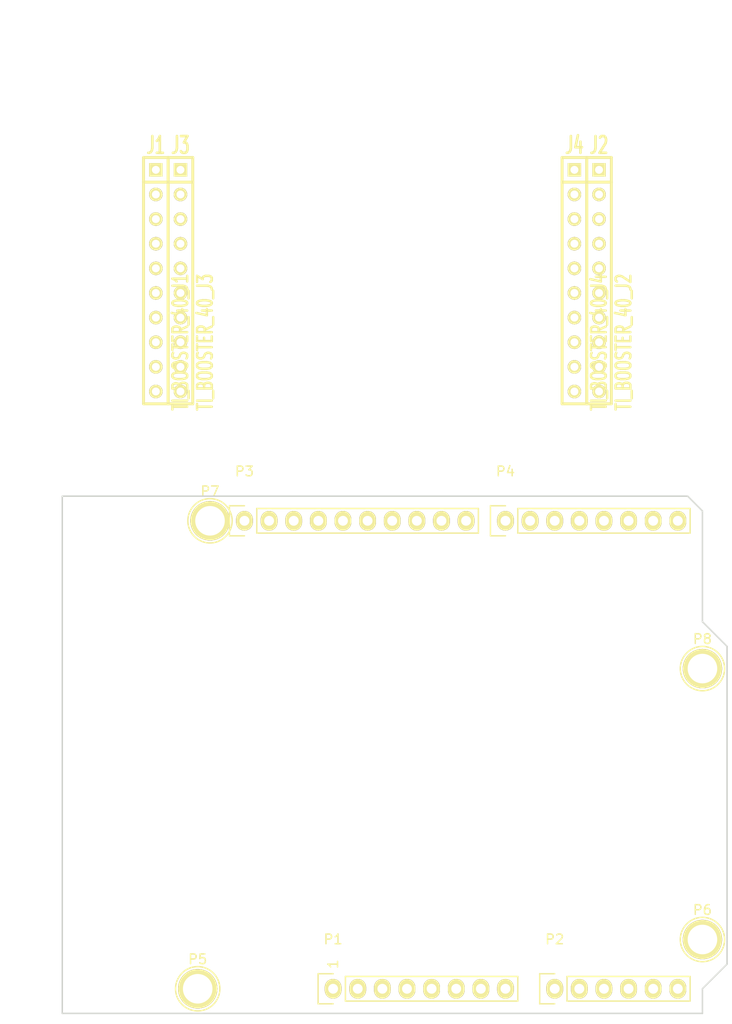
<source format=kicad_pcb>
(kicad_pcb (version 4) (host pcbnew 4.0.2-stable)

  (general
    (links 7)
    (no_connects 7)
    (area 123.622999 79.299999 192.353001 132.790001)
    (thickness 1.6)
    (drawings 34)
    (tracks 0)
    (zones 0)
    (modules 12)
    (nets 70)
  )

  (page A3)
  (title_block
    (date "lun. 30 mars 2015")
  )

  (layers
    (0 F.Cu signal)
    (31 B.Cu signal)
    (32 B.Adhes user)
    (33 F.Adhes user)
    (34 B.Paste user)
    (35 F.Paste user)
    (36 B.SilkS user)
    (37 F.SilkS user)
    (38 B.Mask user)
    (39 F.Mask user)
    (40 Dwgs.User user)
    (41 Cmts.User user)
    (42 Eco1.User user)
    (43 Eco2.User user)
    (44 Edge.Cuts user)
    (45 Margin user)
    (46 B.CrtYd user)
    (47 F.CrtYd user)
    (48 B.Fab user)
    (49 F.Fab user)
  )

  (setup
    (last_trace_width 0.254)
    (trace_clearance 0.254)
    (zone_clearance 0.508)
    (zone_45_only no)
    (trace_min 0.254)
    (segment_width 0.14986)
    (edge_width 0.14986)
    (via_size 0.889)
    (via_drill 0.635)
    (via_min_size 0.889)
    (via_min_drill 0.508)
    (uvia_size 0.508)
    (uvia_drill 0.127)
    (uvias_allowed no)
    (uvia_min_size 0.508)
    (uvia_min_drill 0.127)
    (pcb_text_width 0.3)
    (pcb_text_size 1 1)
    (mod_edge_width 0.14986)
    (mod_text_size 1 1)
    (mod_text_width 0.15)
    (pad_size 1 1)
    (pad_drill 0.6)
    (pad_to_mask_clearance 0)
    (aux_axis_origin 0 0)
    (grid_origin 110.998 126.365)
    (visible_elements 7FFFFFFF)
    (pcbplotparams
      (layerselection 0x00030_80000001)
      (usegerberextensions true)
      (excludeedgelayer true)
      (linewidth 0.150000)
      (plotframeref false)
      (viasonmask false)
      (mode 1)
      (useauxorigin false)
      (hpglpennumber 1)
      (hpglpenspeed 20)
      (hpglpendiameter 15)
      (hpglpenoverlay 2)
      (psnegative false)
      (psa4output false)
      (plotreference true)
      (plotvalue true)
      (plotinvisibletext false)
      (padsonsilk false)
      (subtractmaskfromsilk false)
      (outputformat 1)
      (mirror false)
      (drillshape 1)
      (scaleselection 1)
      (outputdirectory ""))
  )

  (net 0 "")
  (net 1 /IOREF)
  (net 2 /Reset)
  (net 3 +5V)
  (net 4 GND)
  (net 5 /Vin)
  (net 6 /A0)
  (net 7 /A1)
  (net 8 /A2)
  (net 9 /A3)
  (net 10 /AREF)
  (net 11 "/A4(SDA)")
  (net 12 "/A5(SCL)")
  (net 13 "/9(**)")
  (net 14 /8)
  (net 15 /7)
  (net 16 "/6(**)")
  (net 17 "/5(**)")
  (net 18 /4)
  (net 19 "/3(**)")
  (net 20 /2)
  (net 21 "/1(Tx)")
  (net 22 "/0(Rx)")
  (net 23 "Net-(P5-Pad1)")
  (net 24 "Net-(P6-Pad1)")
  (net 25 "Net-(P7-Pad1)")
  (net 26 "Net-(P8-Pad1)")
  (net 27 "/13(SCK)")
  (net 28 "/10(**/SS)")
  (net 29 "Net-(P1-Pad1)")
  (net 30 +3V3)
  (net 31 "/12(MISO)")
  (net 32 "/11(**/MOSI)")
  (net 33 VCC)
  (net 34 "Net-(J1-Pad2)")
  (net 35 "Net-(J1-Pad3)")
  (net 36 "Net-(J1-Pad4)")
  (net 37 "Net-(J1-Pad5)")
  (net 38 "Net-(J1-Pad6)")
  (net 39 "Net-(J1-Pad7)")
  (net 40 "Net-(J1-Pad8)")
  (net 41 "Net-(J1-Pad9)")
  (net 42 "Net-(J1-Pad10)")
  (net 43 "Net-(J2-Pad2)")
  (net 44 "Net-(J2-Pad3)")
  (net 45 "Net-(J2-Pad4)")
  (net 46 "Net-(J2-Pad5)")
  (net 47 "Net-(J2-Pad6)")
  (net 48 "Net-(J2-Pad7)")
  (net 49 "Net-(J2-Pad8)")
  (net 50 "Net-(J2-Pad9)")
  (net 51 "Net-(J2-Pad10)")
  (net 52 "Net-(J3-Pad3)")
  (net 53 "Net-(J3-Pad4)")
  (net 54 "Net-(J3-Pad5)")
  (net 55 "Net-(J3-Pad6)")
  (net 56 "Net-(J3-Pad7)")
  (net 57 "Net-(J3-Pad8)")
  (net 58 "Net-(J3-Pad9)")
  (net 59 "Net-(J3-Pad10)")
  (net 60 "Net-(J4-Pad1)")
  (net 61 "Net-(J4-Pad2)")
  (net 62 "Net-(J4-Pad3)")
  (net 63 "Net-(J4-Pad4)")
  (net 64 "Net-(J4-Pad5)")
  (net 65 "Net-(J4-Pad6)")
  (net 66 "Net-(J4-Pad7)")
  (net 67 "Net-(J4-Pad8)")
  (net 68 "Net-(J4-Pad9)")
  (net 69 "Net-(J4-Pad10)")

  (net_class Default "This is the default net class."
    (clearance 0.254)
    (trace_width 0.254)
    (via_dia 0.889)
    (via_drill 0.635)
    (uvia_dia 0.508)
    (uvia_drill 0.127)
    (add_net +3V3)
    (add_net +5V)
    (add_net "/0(Rx)")
    (add_net "/1(Tx)")
    (add_net "/10(**/SS)")
    (add_net "/11(**/MOSI)")
    (add_net "/12(MISO)")
    (add_net "/13(SCK)")
    (add_net /2)
    (add_net "/3(**)")
    (add_net /4)
    (add_net "/5(**)")
    (add_net "/6(**)")
    (add_net /7)
    (add_net /8)
    (add_net "/9(**)")
    (add_net /A0)
    (add_net /A1)
    (add_net /A2)
    (add_net /A3)
    (add_net "/A4(SDA)")
    (add_net "/A5(SCL)")
    (add_net /AREF)
    (add_net /IOREF)
    (add_net /Reset)
    (add_net /Vin)
    (add_net GND)
    (add_net "Net-(J1-Pad10)")
    (add_net "Net-(J1-Pad2)")
    (add_net "Net-(J1-Pad3)")
    (add_net "Net-(J1-Pad4)")
    (add_net "Net-(J1-Pad5)")
    (add_net "Net-(J1-Pad6)")
    (add_net "Net-(J1-Pad7)")
    (add_net "Net-(J1-Pad8)")
    (add_net "Net-(J1-Pad9)")
    (add_net "Net-(J2-Pad10)")
    (add_net "Net-(J2-Pad2)")
    (add_net "Net-(J2-Pad3)")
    (add_net "Net-(J2-Pad4)")
    (add_net "Net-(J2-Pad5)")
    (add_net "Net-(J2-Pad6)")
    (add_net "Net-(J2-Pad7)")
    (add_net "Net-(J2-Pad8)")
    (add_net "Net-(J2-Pad9)")
    (add_net "Net-(J3-Pad10)")
    (add_net "Net-(J3-Pad3)")
    (add_net "Net-(J3-Pad4)")
    (add_net "Net-(J3-Pad5)")
    (add_net "Net-(J3-Pad6)")
    (add_net "Net-(J3-Pad7)")
    (add_net "Net-(J3-Pad8)")
    (add_net "Net-(J3-Pad9)")
    (add_net "Net-(J4-Pad1)")
    (add_net "Net-(J4-Pad10)")
    (add_net "Net-(J4-Pad2)")
    (add_net "Net-(J4-Pad3)")
    (add_net "Net-(J4-Pad4)")
    (add_net "Net-(J4-Pad5)")
    (add_net "Net-(J4-Pad6)")
    (add_net "Net-(J4-Pad7)")
    (add_net "Net-(J4-Pad8)")
    (add_net "Net-(J4-Pad9)")
    (add_net "Net-(P1-Pad1)")
    (add_net "Net-(P5-Pad1)")
    (add_net "Net-(P6-Pad1)")
    (add_net "Net-(P7-Pad1)")
    (add_net "Net-(P8-Pad1)")
    (add_net VCC)
  )

  (module _Nucleo2Arduino:SIL-10 (layer F.Cu) (tedit 5080DEDC) (tstamp 58396ED0)
    (at 133.35 57.15 270)
    (descr "Connecteur 10 pins")
    (tags "CONN DEV")
    (path /58393605)
    (fp_text reference J1 (at -13.97 0 360) (layer F.SilkS)
      (effects (font (size 1.72974 1.08712) (thickness 0.3048)))
    )
    (fp_text value TI_BOOSTER_40_J1 (at 6.35 -2.54 270) (layer F.SilkS)
      (effects (font (size 1.524 1.016) (thickness 0.3048)))
    )
    (fp_line (start -12.7 1.27) (end -12.7 -1.27) (layer F.SilkS) (width 0.3048))
    (fp_line (start -12.7 -1.27) (end 12.7 -1.27) (layer F.SilkS) (width 0.3048))
    (fp_line (start 12.7 -1.27) (end 12.7 1.27) (layer F.SilkS) (width 0.3048))
    (fp_line (start 12.7 1.27) (end -12.7 1.27) (layer F.SilkS) (width 0.3048))
    (fp_line (start -10.16 1.27) (end -10.16 -1.27) (layer F.SilkS) (width 0.3048))
    (pad 1 thru_hole rect (at -11.43 0 270) (size 1.397 1.397) (drill 0.8128) (layers *.Cu *.Mask F.SilkS)
      (net 33 VCC))
    (pad 2 thru_hole circle (at -8.89 0 270) (size 1.397 1.397) (drill 0.8128) (layers *.Cu *.Mask F.SilkS)
      (net 34 "Net-(J1-Pad2)"))
    (pad 3 thru_hole circle (at -6.35 0 270) (size 1.397 1.397) (drill 0.8128) (layers *.Cu *.Mask F.SilkS)
      (net 35 "Net-(J1-Pad3)"))
    (pad 4 thru_hole circle (at -3.81 0 270) (size 1.397 1.397) (drill 0.8128) (layers *.Cu *.Mask F.SilkS)
      (net 36 "Net-(J1-Pad4)"))
    (pad 5 thru_hole circle (at -1.27 0 270) (size 1.397 1.397) (drill 0.8128) (layers *.Cu *.Mask F.SilkS)
      (net 37 "Net-(J1-Pad5)"))
    (pad 6 thru_hole circle (at 1.27 0 270) (size 1.397 1.397) (drill 0.8128) (layers *.Cu *.Mask F.SilkS)
      (net 38 "Net-(J1-Pad6)"))
    (pad 7 thru_hole circle (at 3.81 0 270) (size 1.397 1.397) (drill 0.8128) (layers *.Cu *.Mask F.SilkS)
      (net 39 "Net-(J1-Pad7)"))
    (pad 8 thru_hole circle (at 6.35 0 270) (size 1.397 1.397) (drill 0.8128) (layers *.Cu *.Mask F.SilkS)
      (net 40 "Net-(J1-Pad8)"))
    (pad 9 thru_hole circle (at 8.89 0 270) (size 1.397 1.397) (drill 0.8128) (layers *.Cu *.Mask F.SilkS)
      (net 41 "Net-(J1-Pad9)"))
    (pad 10 thru_hole circle (at 11.43 0 270) (size 1.397 1.397) (drill 0.8128) (layers *.Cu *.Mask F.SilkS)
      (net 42 "Net-(J1-Pad10)"))
  )

  (module _Nucleo2Arduino:SIL-10 (layer F.Cu) (tedit 5080DEDC) (tstamp 58396EDD)
    (at 179.07 57.15 270)
    (descr "Connecteur 10 pins")
    (tags "CONN DEV")
    (path /58393606)
    (fp_text reference J2 (at -13.97 0 360) (layer F.SilkS)
      (effects (font (size 1.72974 1.08712) (thickness 0.3048)))
    )
    (fp_text value TI_BOOSTER_40_J2 (at 6.35 -2.54 270) (layer F.SilkS)
      (effects (font (size 1.524 1.016) (thickness 0.3048)))
    )
    (fp_line (start -12.7 1.27) (end -12.7 -1.27) (layer F.SilkS) (width 0.3048))
    (fp_line (start -12.7 -1.27) (end 12.7 -1.27) (layer F.SilkS) (width 0.3048))
    (fp_line (start 12.7 -1.27) (end 12.7 1.27) (layer F.SilkS) (width 0.3048))
    (fp_line (start 12.7 1.27) (end -12.7 1.27) (layer F.SilkS) (width 0.3048))
    (fp_line (start -10.16 1.27) (end -10.16 -1.27) (layer F.SilkS) (width 0.3048))
    (pad 1 thru_hole rect (at -11.43 0 270) (size 1.397 1.397) (drill 0.8128) (layers *.Cu *.Mask F.SilkS)
      (net 4 GND))
    (pad 2 thru_hole circle (at -8.89 0 270) (size 1.397 1.397) (drill 0.8128) (layers *.Cu *.Mask F.SilkS)
      (net 43 "Net-(J2-Pad2)"))
    (pad 3 thru_hole circle (at -6.35 0 270) (size 1.397 1.397) (drill 0.8128) (layers *.Cu *.Mask F.SilkS)
      (net 44 "Net-(J2-Pad3)"))
    (pad 4 thru_hole circle (at -3.81 0 270) (size 1.397 1.397) (drill 0.8128) (layers *.Cu *.Mask F.SilkS)
      (net 45 "Net-(J2-Pad4)"))
    (pad 5 thru_hole circle (at -1.27 0 270) (size 1.397 1.397) (drill 0.8128) (layers *.Cu *.Mask F.SilkS)
      (net 46 "Net-(J2-Pad5)"))
    (pad 6 thru_hole circle (at 1.27 0 270) (size 1.397 1.397) (drill 0.8128) (layers *.Cu *.Mask F.SilkS)
      (net 47 "Net-(J2-Pad6)"))
    (pad 7 thru_hole circle (at 3.81 0 270) (size 1.397 1.397) (drill 0.8128) (layers *.Cu *.Mask F.SilkS)
      (net 48 "Net-(J2-Pad7)"))
    (pad 8 thru_hole circle (at 6.35 0 270) (size 1.397 1.397) (drill 0.8128) (layers *.Cu *.Mask F.SilkS)
      (net 49 "Net-(J2-Pad8)"))
    (pad 9 thru_hole circle (at 8.89 0 270) (size 1.397 1.397) (drill 0.8128) (layers *.Cu *.Mask F.SilkS)
      (net 50 "Net-(J2-Pad9)"))
    (pad 10 thru_hole circle (at 11.43 0 270) (size 1.397 1.397) (drill 0.8128) (layers *.Cu *.Mask F.SilkS)
      (net 51 "Net-(J2-Pad10)"))
  )

  (module _Nucleo2Arduino:SIL-10 (layer F.Cu) (tedit 5080DEDC) (tstamp 58396EEA)
    (at 135.89 57.15 270)
    (descr "Connecteur 10 pins")
    (tags "CONN DEV")
    (path /58393607)
    (fp_text reference J3 (at -13.97 0 360) (layer F.SilkS)
      (effects (font (size 1.72974 1.08712) (thickness 0.3048)))
    )
    (fp_text value TI_BOOSTER_40_J3 (at 6.35 -2.54 270) (layer F.SilkS)
      (effects (font (size 1.524 1.016) (thickness 0.3048)))
    )
    (fp_line (start -12.7 1.27) (end -12.7 -1.27) (layer F.SilkS) (width 0.3048))
    (fp_line (start -12.7 -1.27) (end 12.7 -1.27) (layer F.SilkS) (width 0.3048))
    (fp_line (start 12.7 -1.27) (end 12.7 1.27) (layer F.SilkS) (width 0.3048))
    (fp_line (start 12.7 1.27) (end -12.7 1.27) (layer F.SilkS) (width 0.3048))
    (fp_line (start -10.16 1.27) (end -10.16 -1.27) (layer F.SilkS) (width 0.3048))
    (pad 1 thru_hole rect (at -11.43 0 270) (size 1.397 1.397) (drill 0.8128) (layers *.Cu *.Mask F.SilkS)
      (net 3 +5V))
    (pad 2 thru_hole circle (at -8.89 0 270) (size 1.397 1.397) (drill 0.8128) (layers *.Cu *.Mask F.SilkS)
      (net 4 GND))
    (pad 3 thru_hole circle (at -6.35 0 270) (size 1.397 1.397) (drill 0.8128) (layers *.Cu *.Mask F.SilkS)
      (net 52 "Net-(J3-Pad3)"))
    (pad 4 thru_hole circle (at -3.81 0 270) (size 1.397 1.397) (drill 0.8128) (layers *.Cu *.Mask F.SilkS)
      (net 53 "Net-(J3-Pad4)"))
    (pad 5 thru_hole circle (at -1.27 0 270) (size 1.397 1.397) (drill 0.8128) (layers *.Cu *.Mask F.SilkS)
      (net 54 "Net-(J3-Pad5)"))
    (pad 6 thru_hole circle (at 1.27 0 270) (size 1.397 1.397) (drill 0.8128) (layers *.Cu *.Mask F.SilkS)
      (net 55 "Net-(J3-Pad6)"))
    (pad 7 thru_hole circle (at 3.81 0 270) (size 1.397 1.397) (drill 0.8128) (layers *.Cu *.Mask F.SilkS)
      (net 56 "Net-(J3-Pad7)"))
    (pad 8 thru_hole circle (at 6.35 0 270) (size 1.397 1.397) (drill 0.8128) (layers *.Cu *.Mask F.SilkS)
      (net 57 "Net-(J3-Pad8)"))
    (pad 9 thru_hole circle (at 8.89 0 270) (size 1.397 1.397) (drill 0.8128) (layers *.Cu *.Mask F.SilkS)
      (net 58 "Net-(J3-Pad9)"))
    (pad 10 thru_hole circle (at 11.43 0 270) (size 1.397 1.397) (drill 0.8128) (layers *.Cu *.Mask F.SilkS)
      (net 59 "Net-(J3-Pad10)"))
  )

  (module _Nucleo2Arduino:SIL-10 (layer F.Cu) (tedit 5080DEDC) (tstamp 58396EF7)
    (at 176.53 57.15 270)
    (descr "Connecteur 10 pins")
    (tags "CONN DEV")
    (path /58393608)
    (fp_text reference J4 (at -13.97 0 360) (layer F.SilkS)
      (effects (font (size 1.72974 1.08712) (thickness 0.3048)))
    )
    (fp_text value TI_BOOSTER_40_J4 (at 6.35 -2.54 270) (layer F.SilkS)
      (effects (font (size 1.524 1.016) (thickness 0.3048)))
    )
    (fp_line (start -12.7 1.27) (end -12.7 -1.27) (layer F.SilkS) (width 0.3048))
    (fp_line (start -12.7 -1.27) (end 12.7 -1.27) (layer F.SilkS) (width 0.3048))
    (fp_line (start 12.7 -1.27) (end 12.7 1.27) (layer F.SilkS) (width 0.3048))
    (fp_line (start 12.7 1.27) (end -12.7 1.27) (layer F.SilkS) (width 0.3048))
    (fp_line (start -10.16 1.27) (end -10.16 -1.27) (layer F.SilkS) (width 0.3048))
    (pad 1 thru_hole rect (at -11.43 0 270) (size 1.397 1.397) (drill 0.8128) (layers *.Cu *.Mask F.SilkS)
      (net 60 "Net-(J4-Pad1)"))
    (pad 2 thru_hole circle (at -8.89 0 270) (size 1.397 1.397) (drill 0.8128) (layers *.Cu *.Mask F.SilkS)
      (net 61 "Net-(J4-Pad2)"))
    (pad 3 thru_hole circle (at -6.35 0 270) (size 1.397 1.397) (drill 0.8128) (layers *.Cu *.Mask F.SilkS)
      (net 62 "Net-(J4-Pad3)"))
    (pad 4 thru_hole circle (at -3.81 0 270) (size 1.397 1.397) (drill 0.8128) (layers *.Cu *.Mask F.SilkS)
      (net 63 "Net-(J4-Pad4)"))
    (pad 5 thru_hole circle (at -1.27 0 270) (size 1.397 1.397) (drill 0.8128) (layers *.Cu *.Mask F.SilkS)
      (net 64 "Net-(J4-Pad5)"))
    (pad 6 thru_hole circle (at 1.27 0 270) (size 1.397 1.397) (drill 0.8128) (layers *.Cu *.Mask F.SilkS)
      (net 65 "Net-(J4-Pad6)"))
    (pad 7 thru_hole circle (at 3.81 0 270) (size 1.397 1.397) (drill 0.8128) (layers *.Cu *.Mask F.SilkS)
      (net 66 "Net-(J4-Pad7)"))
    (pad 8 thru_hole circle (at 6.35 0 270) (size 1.397 1.397) (drill 0.8128) (layers *.Cu *.Mask F.SilkS)
      (net 67 "Net-(J4-Pad8)"))
    (pad 9 thru_hole circle (at 8.89 0 270) (size 1.397 1.397) (drill 0.8128) (layers *.Cu *.Mask F.SilkS)
      (net 68 "Net-(J4-Pad9)"))
    (pad 10 thru_hole circle (at 11.43 0 270) (size 1.397 1.397) (drill 0.8128) (layers *.Cu *.Mask F.SilkS)
      (net 69 "Net-(J4-Pad10)"))
  )

  (module _Nucleo2Arduino:Socket_Strip_Arduino_1x08 locked (layer F.Cu) (tedit 551AF8B3) (tstamp 58396F04)
    (at 151.638 130.175)
    (descr "Through hole socket strip")
    (tags "socket strip")
    (path /5839337C)
    (fp_text reference P1 (at 0 -5.1) (layer F.SilkS)
      (effects (font (size 1 1) (thickness 0.15)))
    )
    (fp_text value Power (at 0 -3.1) (layer F.Fab)
      (effects (font (size 1 1) (thickness 0.15)))
    )
    (fp_line (start -1.75 -1.75) (end -1.75 1.75) (layer F.CrtYd) (width 0.05))
    (fp_line (start 19.55 -1.75) (end 19.55 1.75) (layer F.CrtYd) (width 0.05))
    (fp_line (start -1.75 -1.75) (end 19.55 -1.75) (layer F.CrtYd) (width 0.05))
    (fp_line (start -1.75 1.75) (end 19.55 1.75) (layer F.CrtYd) (width 0.05))
    (fp_line (start 1.27 1.27) (end 19.05 1.27) (layer F.SilkS) (width 0.15))
    (fp_line (start 19.05 1.27) (end 19.05 -1.27) (layer F.SilkS) (width 0.15))
    (fp_line (start 19.05 -1.27) (end 1.27 -1.27) (layer F.SilkS) (width 0.15))
    (fp_line (start -1.55 1.55) (end 0 1.55) (layer F.SilkS) (width 0.15))
    (fp_line (start 1.27 1.27) (end 1.27 -1.27) (layer F.SilkS) (width 0.15))
    (fp_line (start 0 -1.55) (end -1.55 -1.55) (layer F.SilkS) (width 0.15))
    (fp_line (start -1.55 -1.55) (end -1.55 1.55) (layer F.SilkS) (width 0.15))
    (pad 1 thru_hole oval (at 0 0) (size 1.7272 2.032) (drill 1.016) (layers *.Cu *.Mask F.SilkS)
      (net 29 "Net-(P1-Pad1)"))
    (pad 2 thru_hole oval (at 2.54 0) (size 1.7272 2.032) (drill 1.016) (layers *.Cu *.Mask F.SilkS)
      (net 1 /IOREF))
    (pad 3 thru_hole oval (at 5.08 0) (size 1.7272 2.032) (drill 1.016) (layers *.Cu *.Mask F.SilkS)
      (net 2 /Reset))
    (pad 4 thru_hole oval (at 7.62 0) (size 1.7272 2.032) (drill 1.016) (layers *.Cu *.Mask F.SilkS)
      (net 30 +3V3))
    (pad 5 thru_hole oval (at 10.16 0) (size 1.7272 2.032) (drill 1.016) (layers *.Cu *.Mask F.SilkS)
      (net 3 +5V))
    (pad 6 thru_hole oval (at 12.7 0) (size 1.7272 2.032) (drill 1.016) (layers *.Cu *.Mask F.SilkS)
      (net 4 GND))
    (pad 7 thru_hole oval (at 15.24 0) (size 1.7272 2.032) (drill 1.016) (layers *.Cu *.Mask F.SilkS)
      (net 4 GND))
    (pad 8 thru_hole oval (at 17.78 0) (size 1.7272 2.032) (drill 1.016) (layers *.Cu *.Mask F.SilkS)
      (net 5 /Vin))
    (model ${KIPRJMOD}/Socket_Arduino_Uno.3dshapes/Socket_header_Arduino_1x08.wrl
      (at (xyz 0.35 0 0))
      (scale (xyz 1 1 1))
      (rotate (xyz 0 0 180))
    )
  )

  (module _Nucleo2Arduino:Socket_Strip_Arduino_1x06 locked (layer F.Cu) (tedit 551AF7D9) (tstamp 58396F0F)
    (at 174.498 130.175)
    (descr "Through hole socket strip")
    (tags "socket strip")
    (path /5839337D)
    (fp_text reference P2 (at 0 -5.1) (layer F.SilkS)
      (effects (font (size 1 1) (thickness 0.15)))
    )
    (fp_text value Analog (at 0 -3.1) (layer F.Fab)
      (effects (font (size 1 1) (thickness 0.15)))
    )
    (fp_line (start -1.75 -1.75) (end -1.75 1.75) (layer F.CrtYd) (width 0.05))
    (fp_line (start 14.45 -1.75) (end 14.45 1.75) (layer F.CrtYd) (width 0.05))
    (fp_line (start -1.75 -1.75) (end 14.45 -1.75) (layer F.CrtYd) (width 0.05))
    (fp_line (start -1.75 1.75) (end 14.45 1.75) (layer F.CrtYd) (width 0.05))
    (fp_line (start 1.27 1.27) (end 13.97 1.27) (layer F.SilkS) (width 0.15))
    (fp_line (start 13.97 1.27) (end 13.97 -1.27) (layer F.SilkS) (width 0.15))
    (fp_line (start 13.97 -1.27) (end 1.27 -1.27) (layer F.SilkS) (width 0.15))
    (fp_line (start -1.55 1.55) (end 0 1.55) (layer F.SilkS) (width 0.15))
    (fp_line (start 1.27 1.27) (end 1.27 -1.27) (layer F.SilkS) (width 0.15))
    (fp_line (start 0 -1.55) (end -1.55 -1.55) (layer F.SilkS) (width 0.15))
    (fp_line (start -1.55 -1.55) (end -1.55 1.55) (layer F.SilkS) (width 0.15))
    (pad 1 thru_hole oval (at 0 0) (size 1.7272 2.032) (drill 1.016) (layers *.Cu *.Mask F.SilkS)
      (net 6 /A0))
    (pad 2 thru_hole oval (at 2.54 0) (size 1.7272 2.032) (drill 1.016) (layers *.Cu *.Mask F.SilkS)
      (net 7 /A1))
    (pad 3 thru_hole oval (at 5.08 0) (size 1.7272 2.032) (drill 1.016) (layers *.Cu *.Mask F.SilkS)
      (net 8 /A2))
    (pad 4 thru_hole oval (at 7.62 0) (size 1.7272 2.032) (drill 1.016) (layers *.Cu *.Mask F.SilkS)
      (net 9 /A3))
    (pad 5 thru_hole oval (at 10.16 0) (size 1.7272 2.032) (drill 1.016) (layers *.Cu *.Mask F.SilkS)
      (net 11 "/A4(SDA)"))
    (pad 6 thru_hole oval (at 12.7 0) (size 1.7272 2.032) (drill 1.016) (layers *.Cu *.Mask F.SilkS)
      (net 12 "/A5(SCL)"))
    (model ${KIPRJMOD}/Socket_Arduino_Uno.3dshapes/Socket_header_Arduino_1x06.wrl
      (at (xyz 0.25 0 0))
      (scale (xyz 1 1 1))
      (rotate (xyz 0 0 180))
    )
  )

  (module _Nucleo2Arduino:Socket_Strip_Arduino_1x10 locked (layer F.Cu) (tedit 551AF8D9) (tstamp 58396F18)
    (at 142.494 81.915)
    (descr "Through hole socket strip")
    (tags "socket strip")
    (path /5839337F)
    (fp_text reference P3 (at 0 -5.1) (layer F.SilkS)
      (effects (font (size 1 1) (thickness 0.15)))
    )
    (fp_text value Digital (at 0 -3.1) (layer F.Fab)
      (effects (font (size 1 1) (thickness 0.15)))
    )
    (fp_line (start -1.75 -1.75) (end -1.75 1.75) (layer F.CrtYd) (width 0.05))
    (fp_line (start 24.65 -1.75) (end 24.65 1.75) (layer F.CrtYd) (width 0.05))
    (fp_line (start -1.75 -1.75) (end 24.65 -1.75) (layer F.CrtYd) (width 0.05))
    (fp_line (start -1.75 1.75) (end 24.65 1.75) (layer F.CrtYd) (width 0.05))
    (fp_line (start 1.27 1.27) (end 24.13 1.27) (layer F.SilkS) (width 0.15))
    (fp_line (start 24.13 1.27) (end 24.13 -1.27) (layer F.SilkS) (width 0.15))
    (fp_line (start 24.13 -1.27) (end 1.27 -1.27) (layer F.SilkS) (width 0.15))
    (fp_line (start -1.55 1.55) (end 0 1.55) (layer F.SilkS) (width 0.15))
    (fp_line (start 1.27 1.27) (end 1.27 -1.27) (layer F.SilkS) (width 0.15))
    (fp_line (start 0 -1.55) (end -1.55 -1.55) (layer F.SilkS) (width 0.15))
    (fp_line (start -1.55 -1.55) (end -1.55 1.55) (layer F.SilkS) (width 0.15))
    (pad 1 thru_hole oval (at 0 0) (size 1.7272 2.032) (drill 1.016) (layers *.Cu *.Mask F.SilkS)
      (net 12 "/A5(SCL)"))
    (pad 2 thru_hole oval (at 2.54 0) (size 1.7272 2.032) (drill 1.016) (layers *.Cu *.Mask F.SilkS)
      (net 11 "/A4(SDA)"))
    (pad 3 thru_hole oval (at 5.08 0) (size 1.7272 2.032) (drill 1.016) (layers *.Cu *.Mask F.SilkS)
      (net 10 /AREF))
    (pad 4 thru_hole oval (at 7.62 0) (size 1.7272 2.032) (drill 1.016) (layers *.Cu *.Mask F.SilkS)
      (net 4 GND))
    (pad 5 thru_hole oval (at 10.16 0) (size 1.7272 2.032) (drill 1.016) (layers *.Cu *.Mask F.SilkS)
      (net 27 "/13(SCK)"))
    (pad 6 thru_hole oval (at 12.7 0) (size 1.7272 2.032) (drill 1.016) (layers *.Cu *.Mask F.SilkS)
      (net 31 "/12(MISO)"))
    (pad 7 thru_hole oval (at 15.24 0) (size 1.7272 2.032) (drill 1.016) (layers *.Cu *.Mask F.SilkS)
      (net 32 "/11(**/MOSI)"))
    (pad 8 thru_hole oval (at 17.78 0) (size 1.7272 2.032) (drill 1.016) (layers *.Cu *.Mask F.SilkS)
      (net 28 "/10(**/SS)"))
    (pad 9 thru_hole oval (at 20.32 0) (size 1.7272 2.032) (drill 1.016) (layers *.Cu *.Mask F.SilkS)
      (net 13 "/9(**)"))
    (pad 10 thru_hole oval (at 22.86 0) (size 1.7272 2.032) (drill 1.016) (layers *.Cu *.Mask F.SilkS)
      (net 14 /8))
    (model ${KIPRJMOD}/Socket_Arduino_Uno.3dshapes/Socket_header_Arduino_1x10.wrl
      (at (xyz 0.45 0 0))
      (scale (xyz 1 1 1))
      (rotate (xyz 0 0 180))
    )
  )

  (module _Nucleo2Arduino:Socket_Strip_Arduino_1x08 locked (layer F.Cu) (tedit 551AF8B3) (tstamp 58396F25)
    (at 169.418 81.915)
    (descr "Through hole socket strip")
    (tags "socket strip")
    (path /5839337E)
    (fp_text reference P4 (at 0 -5.1) (layer F.SilkS)
      (effects (font (size 1 1) (thickness 0.15)))
    )
    (fp_text value Digital (at 0 -3.1) (layer F.Fab)
      (effects (font (size 1 1) (thickness 0.15)))
    )
    (fp_line (start -1.75 -1.75) (end -1.75 1.75) (layer F.CrtYd) (width 0.05))
    (fp_line (start 19.55 -1.75) (end 19.55 1.75) (layer F.CrtYd) (width 0.05))
    (fp_line (start -1.75 -1.75) (end 19.55 -1.75) (layer F.CrtYd) (width 0.05))
    (fp_line (start -1.75 1.75) (end 19.55 1.75) (layer F.CrtYd) (width 0.05))
    (fp_line (start 1.27 1.27) (end 19.05 1.27) (layer F.SilkS) (width 0.15))
    (fp_line (start 19.05 1.27) (end 19.05 -1.27) (layer F.SilkS) (width 0.15))
    (fp_line (start 19.05 -1.27) (end 1.27 -1.27) (layer F.SilkS) (width 0.15))
    (fp_line (start -1.55 1.55) (end 0 1.55) (layer F.SilkS) (width 0.15))
    (fp_line (start 1.27 1.27) (end 1.27 -1.27) (layer F.SilkS) (width 0.15))
    (fp_line (start 0 -1.55) (end -1.55 -1.55) (layer F.SilkS) (width 0.15))
    (fp_line (start -1.55 -1.55) (end -1.55 1.55) (layer F.SilkS) (width 0.15))
    (pad 1 thru_hole oval (at 0 0) (size 1.7272 2.032) (drill 1.016) (layers *.Cu *.Mask F.SilkS)
      (net 15 /7))
    (pad 2 thru_hole oval (at 2.54 0) (size 1.7272 2.032) (drill 1.016) (layers *.Cu *.Mask F.SilkS)
      (net 16 "/6(**)"))
    (pad 3 thru_hole oval (at 5.08 0) (size 1.7272 2.032) (drill 1.016) (layers *.Cu *.Mask F.SilkS)
      (net 17 "/5(**)"))
    (pad 4 thru_hole oval (at 7.62 0) (size 1.7272 2.032) (drill 1.016) (layers *.Cu *.Mask F.SilkS)
      (net 18 /4))
    (pad 5 thru_hole oval (at 10.16 0) (size 1.7272 2.032) (drill 1.016) (layers *.Cu *.Mask F.SilkS)
      (net 19 "/3(**)"))
    (pad 6 thru_hole oval (at 12.7 0) (size 1.7272 2.032) (drill 1.016) (layers *.Cu *.Mask F.SilkS)
      (net 20 /2))
    (pad 7 thru_hole oval (at 15.24 0) (size 1.7272 2.032) (drill 1.016) (layers *.Cu *.Mask F.SilkS)
      (net 21 "/1(Tx)"))
    (pad 8 thru_hole oval (at 17.78 0) (size 1.7272 2.032) (drill 1.016) (layers *.Cu *.Mask F.SilkS)
      (net 22 "/0(Rx)"))
    (model ${KIPRJMOD}/Socket_Arduino_Uno.3dshapes/Socket_header_Arduino_1x08.wrl
      (at (xyz 0.35 0 0))
      (scale (xyz 1 1 1))
      (rotate (xyz 0 0 180))
    )
  )

  (module _Nucleo2Arduino:Arduino_1pin (layer F.Cu) (tedit 0) (tstamp 58396F30)
    (at 137.668 130.175)
    (descr "module 1 pin (ou trou mecanique de percage)")
    (tags DEV)
    (path /58393384)
    (fp_text reference P5 (at 0 -3.048) (layer F.SilkS)
      (effects (font (size 1 1) (thickness 0.15)))
    )
    (fp_text value CONN_1 (at 0 2.794) (layer F.Fab)
      (effects (font (size 1 1) (thickness 0.15)))
    )
    (fp_circle (center 0 0) (end 0 -2.286) (layer F.SilkS) (width 0.15))
    (pad 1 thru_hole circle (at 0 0) (size 4.064 4.064) (drill 3.048) (layers *.Cu *.Mask F.SilkS)
      (net 23 "Net-(P5-Pad1)"))
  )

  (module _Nucleo2Arduino:Arduino_1pin (layer F.Cu) (tedit 0) (tstamp 58396F34)
    (at 189.738 125.095)
    (descr "module 1 pin (ou trou mecanique de percage)")
    (tags DEV)
    (path /58393385)
    (fp_text reference P6 (at 0 -3.048) (layer F.SilkS)
      (effects (font (size 1 1) (thickness 0.15)))
    )
    (fp_text value CONN_1 (at 0 2.794) (layer F.Fab)
      (effects (font (size 1 1) (thickness 0.15)))
    )
    (fp_circle (center 0 0) (end 0 -2.286) (layer F.SilkS) (width 0.15))
    (pad 1 thru_hole circle (at 0 0) (size 4.064 4.064) (drill 3.048) (layers *.Cu *.Mask F.SilkS)
      (net 24 "Net-(P6-Pad1)"))
  )

  (module _Nucleo2Arduino:Arduino_1pin (layer F.Cu) (tedit 0) (tstamp 58396F38)
    (at 138.938 81.915)
    (descr "module 1 pin (ou trou mecanique de percage)")
    (tags DEV)
    (path /58393386)
    (fp_text reference P7 (at 0 -3.048) (layer F.SilkS)
      (effects (font (size 1 1) (thickness 0.15)))
    )
    (fp_text value CONN_1 (at 0 2.794) (layer F.Fab)
      (effects (font (size 1 1) (thickness 0.15)))
    )
    (fp_circle (center 0 0) (end 0 -2.286) (layer F.SilkS) (width 0.15))
    (pad 1 thru_hole circle (at 0 0) (size 4.064 4.064) (drill 3.048) (layers *.Cu *.Mask F.SilkS)
      (net 25 "Net-(P7-Pad1)"))
  )

  (module _Nucleo2Arduino:Arduino_1pin (layer F.Cu) (tedit 0) (tstamp 58396F3C)
    (at 189.738 97.155)
    (descr "module 1 pin (ou trou mecanique de percage)")
    (tags DEV)
    (path /58393387)
    (fp_text reference P8 (at 0 -3.048) (layer F.SilkS)
      (effects (font (size 1 1) (thickness 0.15)))
    )
    (fp_text value CONN_1 (at 0 2.794) (layer F.Fab)
      (effects (font (size 1 1) (thickness 0.15)))
    )
    (fp_circle (center 0 0) (end 0 -2.286) (layer F.SilkS) (width 0.15))
    (pad 1 thru_hole circle (at 0 0) (size 4.064 4.064) (drill 3.048) (layers *.Cu *.Mask F.SilkS)
      (net 26 "Net-(P8-Pad1)"))
  )

  (gr_text 1 (at 151.638 127.635 90) (layer F.SilkS)
    (effects (font (size 1 1) (thickness 0.15)))
  )
  (gr_circle (center 130.048 83.312) (end 131.318 83.312) (layer Dwgs.User) (width 0.15))
  (gr_line (start 127.127 85.344) (end 127.127 81.28) (angle 90) (layer Dwgs.User) (width 0.15))
  (gr_line (start 132.969 85.344) (end 127.127 85.344) (angle 90) (layer Dwgs.User) (width 0.15))
  (gr_line (start 132.969 81.28) (end 132.969 85.344) (angle 90) (layer Dwgs.User) (width 0.15))
  (gr_line (start 127.127 81.28) (end 132.969 81.28) (angle 90) (layer Dwgs.User) (width 0.15))
  (gr_line (start 133.223 100.33) (end 117.348 100.33) (angle 90) (layer Dwgs.User) (width 0.15))
  (gr_line (start 189.738 80.899) (end 188.214 79.375) (angle 90) (layer Edge.Cuts) (width 0.15))
  (gr_line (start 189.738 92.329) (end 189.738 80.899) (angle 90) (layer Edge.Cuts) (width 0.15))
  (gr_line (start 192.278 94.869) (end 189.738 92.329) (angle 90) (layer Edge.Cuts) (width 0.15))
  (gr_line (start 192.278 127.635) (end 192.278 94.869) (angle 90) (layer Edge.Cuts) (width 0.15))
  (gr_line (start 189.738 130.175) (end 192.278 127.635) (angle 90) (layer Edge.Cuts) (width 0.15))
  (gr_line (start 189.738 132.715) (end 189.738 130.175) (angle 90) (layer Edge.Cuts) (width 0.15))
  (gr_line (start 123.698 132.715) (end 189.738 132.715) (angle 90) (layer Edge.Cuts) (width 0.15))
  (gr_line (start 123.698 79.375) (end 123.698 132.715) (angle 90) (layer Edge.Cuts) (width 0.15))
  (gr_line (start 188.214 79.375) (end 123.698 79.375) (angle 90) (layer Edge.Cuts) (width 0.15))
  (gr_line (start 186.055 108.585) (end 186.055 100.965) (angle 90) (layer Dwgs.User) (width 0.15))
  (gr_line (start 191.135 108.585) (end 186.055 108.585) (angle 90) (layer Dwgs.User) (width 0.15))
  (gr_line (start 191.135 100.965) (end 191.135 108.585) (angle 90) (layer Dwgs.User) (width 0.15))
  (gr_line (start 186.055 100.965) (end 191.135 100.965) (angle 90) (layer Dwgs.User) (width 0.15))
  (gr_line (start 121.793 129.54) (end 121.793 120.65) (angle 90) (layer Dwgs.User) (width 0.15))
  (gr_line (start 135.128 129.54) (end 121.793 129.54) (angle 90) (layer Dwgs.User) (width 0.15))
  (gr_line (start 135.128 120.65) (end 135.128 129.54) (angle 90) (layer Dwgs.User) (width 0.15))
  (gr_line (start 121.793 120.65) (end 135.128 120.65) (angle 90) (layer Dwgs.User) (width 0.15))
  (gr_line (start 117.348 100.33) (end 117.348 88.9) (angle 90) (layer Dwgs.User) (width 0.15))
  (gr_line (start 133.223 88.9) (end 133.223 100.33) (angle 90) (layer Dwgs.User) (width 0.15))
  (gr_line (start 117.348 88.9) (end 133.223 88.9) (angle 90) (layer Dwgs.User) (width 0.15))
  (dimension 34.29 (width 0.25) (layer Dwgs.User)
    (gr_text "1.3500 in" (at 124.730001 53.975 270) (layer Dwgs.User)
      (effects (font (size 1 1) (thickness 0.25)))
    )
    (feature1 (pts (xy 130.81 71.12) (xy 123.730001 71.12)))
    (feature2 (pts (xy 130.81 36.83) (xy 123.730001 36.83)))
    (crossbar (pts (xy 125.730001 36.83) (xy 125.730001 71.12)))
    (arrow1a (pts (xy 125.730001 71.12) (xy 125.143581 69.993497)))
    (arrow1b (pts (xy 125.730001 71.12) (xy 126.316421 69.993497)))
    (arrow2a (pts (xy 125.730001 36.83) (xy 125.143581 37.956503)))
    (arrow2b (pts (xy 125.730001 36.83) (xy 126.316421 37.956503)))
  )
  (dimension 8.89 (width 0.25) (layer Dwgs.User)
    (gr_text "0.3500 in" (at 186.42 41.275 90) (layer Dwgs.User)
      (effects (font (size 1 1) (thickness 0.25)))
    )
    (feature1 (pts (xy 179.07 36.83) (xy 187.42 36.83)))
    (feature2 (pts (xy 179.07 45.72) (xy 187.42 45.72)))
    (crossbar (pts (xy 185.42 45.72) (xy 185.42 36.83)))
    (arrow1a (pts (xy 185.42 36.83) (xy 186.00642 37.956503)))
    (arrow1b (pts (xy 185.42 36.83) (xy 184.83358 37.956503)))
    (arrow2a (pts (xy 185.42 45.72) (xy 186.00642 44.593497)))
    (arrow2b (pts (xy 185.42 45.72) (xy 184.83358 44.593497)))
  )
  (gr_line (start 181.61 71.12) (end 130.81 71.12) (angle 90) (layer Dwgs.User) (width 0.15))
  (dimension 50.8 (width 0.25) (layer Dwgs.User)
    (gr_text "2.0000 in" (at 156.21 29.480002) (layer Dwgs.User)
      (effects (font (size 1 1) (thickness 0.25)))
    )
    (feature1 (pts (xy 181.61 36.83) (xy 181.61 28.480002)))
    (feature2 (pts (xy 130.81 36.83) (xy 130.81 28.480002)))
    (crossbar (pts (xy 130.81 30.480002) (xy 181.61 30.480002)))
    (arrow1a (pts (xy 181.61 30.480002) (xy 180.483497 31.066422)))
    (arrow1b (pts (xy 181.61 30.480002) (xy 180.483497 29.893582)))
    (arrow2a (pts (xy 130.81 30.480002) (xy 131.936503 31.066422)))
    (arrow2b (pts (xy 130.81 30.480002) (xy 131.936503 29.893582)))
  )
  (gr_line (start 130.81 71.12) (end 130.81 36.83) (angle 90) (layer Dwgs.User) (width 0.14986))
  (gr_line (start 181.61 36.83) (end 181.61 71.12) (angle 90) (layer Dwgs.User) (width 0.14986))
  (gr_line (start 130.81 36.83) (end 181.61 36.83) (angle 90) (layer Dwgs.User) (width 0.15))

)

</source>
